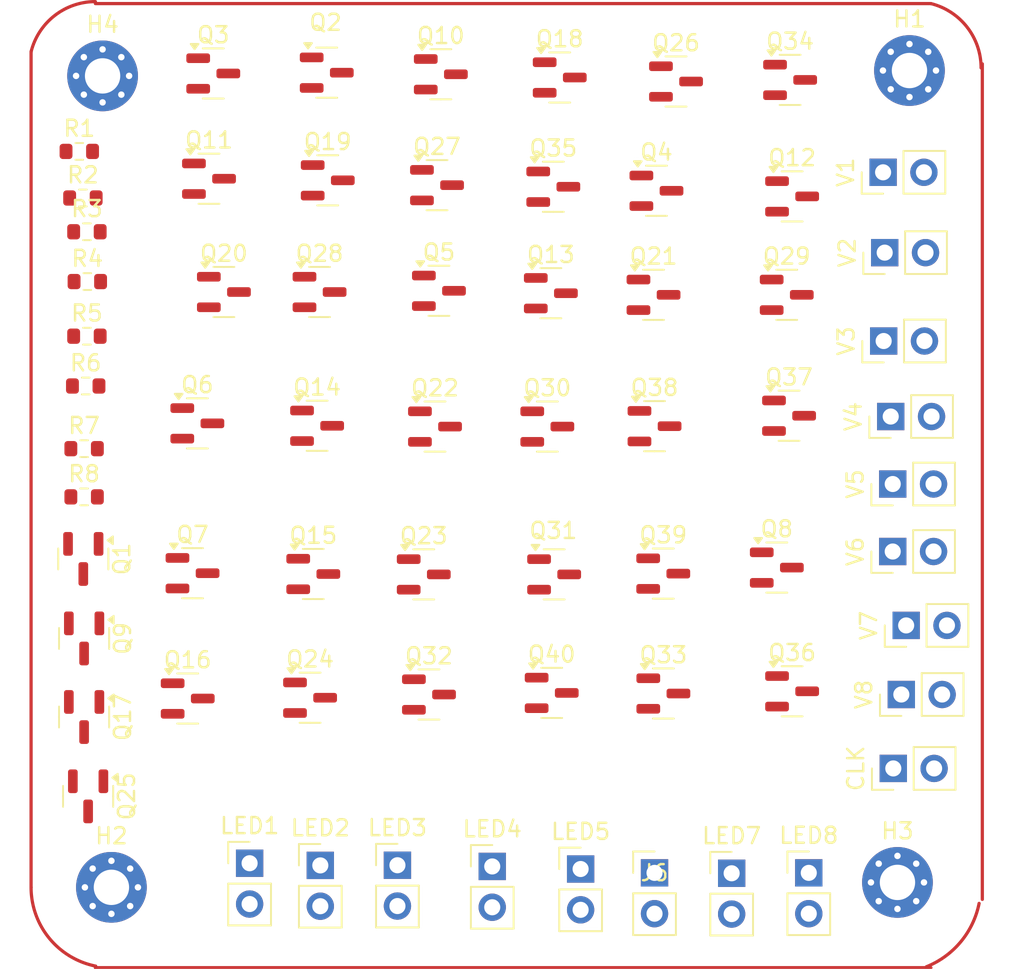
<source format=kicad_pcb>
(kicad_pcb (version 20240108) (generator "pcbnew") (generator_version "8.0")
  (layers (0 "F.Cu" signal) (31 "B.Cu" signal) (34 "B.Paste" user) (35 "F.Paste" user) (36 "B.SilkS" user "B.Silkscreen") (37 "F.SilkS" user "F.Silkscreen") (38 "B.Mask" user) (39 "F.Mask" user) (44 "Edge.Cuts" user))
  (net 0 "")
  (net 1 "GND")
  (net 2 "Net-(J1-Pin_2)")
  (net 3 "Net-(J2-Pin_2)")
  (net 4 "Net-(J3-Pin_2)")
  (net 5 "Net-(J4-Pin_2)")
  (net 6 "Net-(J5-Pin_2)")
  (net 7 "Net-(J6-Pin_2)")
  (net 8 "Net-(J7-Pin_2)")
  (net 9 "Net-(J8-Pin_2)")
  (net 10 "Net-(J9-Pin_2)")
  (net 11 "Net-(J10-Pin_2)")
  (net 12 "Net-(J11-Pin_2)")
  (net 13 "Net-(J12-Pin_2)")
  (net 14 "Net-(J13-Pin_2)")
  (net 15 "Net-(J14-Pin_2)")
  (net 16 "Net-(J15-Pin_2)")
  (net 17 "Net-(J16-Pin_2)")
  (net 18 "Net-(J18-Pin_2)")
  (net 19 "VDD")
  (net 20 "Net-(Q1-D)")
  (net 21 "Net-(Q2-D)")
  (net 22 "Net-(Q3-S)")
  (net 23 "Net-(Q10-D)")
  (net 24 "Net-(Q6-D)")
  (net 25 "Net-(Q10-G)")
  (net 26 "Net-(Q11-D)")
  (net 27 "Net-(Q12-S)")
  (net 28 "Net-(Q14-D)")
  (net 29 "Net-(Q16-D)")
  (net 30 "Net-(Q17-S)")
  (net 31 "Net-(Q19-D)")
  (net 32 "Net-(Q21-D)")
  (net 33 "Net-(Q22-S)")
  (net 34 "Net-(Q24-D)")
  (net 35 "Net-(Q26-D)")
  (net 36 "Net-(Q27-S)")
  (net 37 "Net-(Q29-D)")
  (net 38 "Net-(Q31-D)")
  (net 39 "Net-(Q32-S)")
  (net 40 "Net-(Q34-D)")
  (net 41 "Net-(Q36-D)")
  (net 42 "Net-(Q37-S)")
  (net 43 "Net-(Q39-D)")
  (footprint "Package_TO_SOT_SMD:SOT-23" (layer "F.Cu") (at 145.2675 93.15)
    (property "Reference" "Q39" (at 0 -2.4 0) (layer "F.SilkS"))
    (property "Value" "PMOS")
    (pad "1" smd roundrect (at -0.9375 -0.95) (size 1.475 0.6) (layers "F.Cu" "F.Paste" "F.Mask") (net 43 "Net-(Q39-D)"))
    (pad "2" smd roundrect (at -0.9375 0.95) (size 1.475 0.6) (layers "F.Cu" "F.Paste" "F.Mask") (net 41 "Net-(Q36-D)"))
    (pad "3" smd roundrect (at 0.9375 0) (size 1.475 0.6) (layers "F.Cu" "F.Paste" "F.Mask") (net 19 "VDD"))
  )
  (footprint "Resistor_SMD:R_0603_1608Metric" (layer "F.Cu") (at 109.225 85.375)
    (property "Reference" "R7" (at 0 -1.43 0) (layer "F.SilkS"))
    (property "Value" "R")
    (pad "1" smd roundrect (at -0.825 0) (size 0.8 0.95) (layers "F.Cu" "F.Paste" "F.Mask") (net 43 "Net-(Q39-D)"))
    (pad "2" smd roundrect (at 0.825 0) (size 0.8 0.95) (layers "F.Cu" "F.Paste" "F.Mask") (net 9 "Net-(J8-Pin_2)"))
  )
  (footprint "Package_TO_SOT_SMD:SOT-23" (layer "F.Cu") (at 138.425 69.075)
    (property "Reference" "Q35" (at 0 -2.4 0) (layer "F.SilkS"))
    (property "Value" "NMOS")
    (pad "1" smd roundrect (at -0.9375 -0.95) (size 1.475 0.6) (layers "F.Cu" "F.Paste" "F.Mask") (net 40 "Net-(Q34-D)"))
    (pad "2" smd roundrect (at -0.9375 0.95) (size 1.475 0.6) (layers "F.Cu" "F.Paste" "F.Mask") (net 39 "Net-(Q32-S)"))
    (pad "3" smd roundrect (at 0.9375 0) (size 1.475 0.6) (layers "F.Cu" "F.Paste" "F.Mask") (net 1 "GND"))
  )
  (footprint "Package_TO_SOT_SMD:SOT-23" (layer "F.Cu") (at 153.0975 83.325)
    (property "Reference" "Q37" (at 0 -2.4 0) (layer "F.SilkS"))
    (property "Value" "NMOS")
    (pad "1" smd roundrect (at -0.9375 -0.95) (size 1.475 0.6) (layers "F.Cu" "F.Paste" "F.Mask") (net 41 "Net-(Q36-D)"))
    (pad "2" smd roundrect (at -0.9375 0.95) (size 1.475 0.6) (layers "F.Cu" "F.Paste" "F.Mask") (net 10 "Net-(J9-Pin_2)"))
    (pad "3" smd roundrect (at 0.9375 0) (size 1.475 0.6) (layers "F.Cu" "F.Paste" "F.Mask") (net 42 "Net-(Q37-S)"))
  )
  (footprint "Package_TO_SOT_SMD:SOT-23" (layer "F.Cu") (at 109.225 97.185 -90)
    (property "Reference" "Q9" (at 0 -2.4 90) (layer "F.SilkS"))
    (property "Value" "NMOS" (hide yes))
    (pad "1" smd roundrect (at -0.9375 -0.95 270) (size 1.475 0.6) (layers "F.Cu" "F.Paste" "F.Mask") (net 24 "Net-(Q6-D)"))
    (pad "2" smd roundrect (at -0.9375 0.95 270) (size 1.475 0.6) (layers "F.Cu" "F.Paste" "F.Mask") (net 22 "Net-(Q3-S)"))
    (pad "3" smd roundrect (at 0.9375 0 270) (size 1.475 0.6) (layers "F.Cu" "F.Paste" "F.Mask") (net 1 "GND"))
  )
  (footprint "Package_TO_SOT_SMD:SOT-23" (layer "F.Cu") (at 117.2625 62.025)
    (property "Reference" "Q3" (at 0 -2.4 0) (layer "F.SilkS"))
    (property "Value" "NMOS")
    (pad "1" smd roundrect (at -0.9375 -0.95) (size 1.475 0.6) (layers "F.Cu" "F.Paste" "F.Mask") (net 21 "Net-(Q2-D)"))
    (pad "2" smd roundrect (at -0.9375 0.95) (size 1.475 0.6) (layers "F.Cu" "F.Paste" "F.Mask") (net 10 "Net-(J9-Pin_2)"))
    (pad "3" smd roundrect (at 0.9375 0) (size 1.475 0.6) (layers "F.Cu" "F.Paste" "F.Mask") (net 22 "Net-(Q3-S)"))
  )
  (footprint "Package_TO_SOT_SMD:SOT-23" (layer "F.Cu") (at 144.845 69.325)
    (property "Reference" "Q4" (at 0 -2.4 0) (layer "F.SilkS"))
    (property "Value" "PMOS")
    (pad "1" smd roundrect (at -0.9375 -0.95) (size 1.475 0.6) (layers "F.Cu" "F.Paste" "F.Mask") (net 23 "Net-(Q10-D)"))
    (pad "2" smd roundrect (at -0.9375 0.95) (size 1.475 0.6) (layers "F.Cu" "F.Paste" "F.Mask") (net 20 "Net-(Q1-D)"))
    (pad "3" smd roundrect (at 0.9375 0) (size 1.475 0.6) (layers "F.Cu" "F.Paste" "F.Mask") (net 19 "VDD"))
  )
  (footprint "Package_TO_SOT_SMD:SOT-23" (layer "F.Cu") (at 116.2725 83.8)
    (property "Reference" "Q6" (at 0 -2.4 0) (layer "F.SilkS"))
    (property "Value" "PMOS")
    (pad "1" smd roundrect (at -0.9375 -0.95) (size 1.475 0.6) (layers "F.Cu" "F.Paste" "F.Mask") (net 24 "Net-(Q6-D)"))
    (pad "2" smd roundrect (at -0.9375 0.95) (size 1.475 0.6) (layers "F.Cu" "F.Paste" "F.Mask") (net 21 "Net-(Q2-D)"))
    (pad "3" smd roundrect (at 0.9375 0) (size 1.475 0.6) (layers "F.Cu" "F.Paste" "F.Mask") (net 19 "VDD"))
  )
  (footprint "Package_TO_SOT_SMD:SOT-23" (layer "F.Cu") (at 117.925 75.625)
    (property "Reference" "Q20" (at 0 -2.4 0) (layer "F.SilkS"))
    (property "Value" "NMOS")
    (pad "1" smd roundrect (at -0.9375 -0.95) (size 1.475 0.6) (layers "F.Cu" "F.Paste" "F.Mask") (net 31 "Net-(Q19-D)"))
    (pad "2" smd roundrect (at -0.9375 0.95) (size 1.475 0.6) (layers "F.Cu" "F.Paste" "F.Mask") (net 30 "Net-(Q17-S)"))
    (pad "3" smd roundrect (at 0.9375 0) (size 1.475 0.6) (layers "F.Cu" "F.Paste" "F.Mask") (net 1 "GND"))
  )
  (footprint "Connector_PinHeader_2.54mm:PinHeader_1x02_P2.54mm_Vertical" (layer "F.Cu") (at 128.725 111.3)
    (property "Reference" "LED3" (at 0 -2.33 0) (layer "F.SilkS"))
    (property "Value" "LED3")
    (pad "1" thru_hole rect (at 0 0) (size 1.7 1.7) (drill 1) (layers "*.Cu" "*.Mask") (net 1 "GND"))
    (pad "2" thru_hole oval (at 0 2.54) (size 1.7 1.7) (drill 1) (layers "*.Cu" "*.Mask") (net 4 "Net-(J3-Pin_2)"))
  )
  (footprint "Package_TO_SOT_SMD:SOT-23" (layer "F.Cu") (at 115.9725 93.125)
    (property "Reference" "Q7" (at 0 -2.4 0) (layer "F.SilkS"))
    (property "Value" "NMOS")
    (pad "1" smd roundrect (at -0.9375 -0.95) (size 1.475 0.6) (layers "F.Cu" "F.Paste" "F.Mask") (net 20 "Net-(Q1-D)"))
    (pad "2" smd roundrect (at -0.9375 0.95) (size 1.475 0.6) (layers "F.Cu" "F.Paste" "F.Mask") (net 10 "Net-(J9-Pin_2)"))
    (pad "3" smd roundrect (at 0.9375 0) (size 1.475 0.6) (layers "F.Cu" "F.Paste" "F.Mask") (net 25 "Net-(Q10-G)"))
  )
  (footprint "Package_TO_SOT_SMD:SOT-23" (layer "F.Cu") (at 131.3075 75.55)
    (property "Reference" "Q5" (at 0 -2.4 0) (layer "F.SilkS"))
    (property "Value" "NMOS")
    (pad "1" smd roundrect (at -0.9375 -0.95) (size 1.475 0.6) (layers "F.Cu" "F.Paste" "F.Mask") (net 22 "Net-(Q3-S)"))
    (pad "2" smd roundrect (at -0.9375 0.95) (size 1.475 0.6) (layers "F.Cu" "F.Paste" "F.Mask") (net 12 "Net-(J11-Pin_2)"))
    (pad "3" smd roundrect (at 0.9375 0) (size 1.475 0.6) (layers "F.Cu" "F.Paste" "F.Mask") (net 1 "GND"))
  )
  (footprint "Connector_PinHeader_2.54mm:PinHeader_1x02_P2.54mm_Vertical" (layer "F.Cu") (at 154.325 111.775)
    (property "Reference" "LED8" (at 0 -2.33 0) (layer "F.SilkS"))
    (property "Value" "LED8")
    (pad "1" thru_hole rect (at 0 0) (size 1.7 1.7) (drill 1) (layers "*.Cu" "*.Mask") (net 1 "GND"))
    (pad "2" thru_hole oval (at 0 2.54) (size 1.7 1.7) (drill 1) (layers "*.Cu" "*.Mask") (net 9 "Net-(J8-Pin_2)"))
  )
  (footprint "Connector_PinHeader_2.54mm:PinHeader_1x02_P2.54mm_Vertical" (layer "F.Cu") (at 159.55 87.575 90)
    (property "Reference" "V5" (at 0 -2.33 90) (layer "F.SilkS"))
    (property "Value" "V5")
    (pad "1" thru_hole rect (at 0 0 90) (size 1.7 1.7) (drill 1) (layers "*.Cu" "*.Mask") (net 1 "GND"))
    (pad "2" thru_hole oval (at 0 2.54 90) (size 1.7 1.7) (drill 1) (layers "*.Cu" "*.Mask") (net 17 "Net-(J16-Pin_2)"))
  )
  (footprint "Package_TO_SOT_SMD:SOT-23" (layer "F.Cu") (at 138.825 62.275)
    (property "Reference" "Q18" (at 0 -2.4 0) (layer "F.SilkS"))
    (property "Value" "NMOS")
    (pad "1" smd roundrect (at -0.9375 -0.95) (size 1.475 0.6) (layers "F.Cu" "F.Paste" "F.Mask") (net 30 "Net-(Q17-S)"))
    (pad "2" smd roundrect (at -0.9375 0.95) (size 1.475 0.6) (layers "F.Cu" "F.Paste" "F.Mask") (net 14 "Net-(J13-Pin_2)"))
    (pad "3" smd roundrect (at 0.9375 0) (size 1.475 0.6) (layers "F.Cu" "F.Paste" "F.Mask") (net 1 "GND"))
  )
  (footprint "Package_TO_SOT_SMD:SOT-23" (layer "F.Cu") (at 144.6625 75.8)
    (property "Reference" "Q21" (at 0 -2.4 0) (layer "F.SilkS"))
    (property "Value" "PMOS" (hide yes))
    (pad "1" smd roundrect (at -0.9375 -0.95) (size 1.475 0.6) (layers "F.Cu" "F.Paste" "F.Mask") (net 32 "Net-(Q21-D)"))
    (pad "2" smd roundrect (at -0.9375 0.95) (size 1.475 0.6) (layers "F.Cu" "F.Paste" "F.Mask") (net 15 "Net-(J14-Pin_2)"))
    (pad "3" smd roundrect (at 0.9375 0) (size 1.475 0.6) (layers "F.Cu" "F.Paste" "F.Mask") (net 19 "VDD"))
  )
  (footprint "Connector_PinHeader_2.54mm:PinHeader_1x02_P2.54mm_Vertical" (layer "F.Cu") (at 159.425 83.375 90)
    (property "Reference" "V4" (at 0 -2.33 90) (layer "F.SilkS"))
    (property "Value" "V4")
    (pad "1" thru_hole rect (at 0 0 90) (size 1.7 1.7) (drill 1) (layers "*.Cu" "*.Mask") (net 1 "GND"))
    (pad "2" thru_hole oval (at 0 2.54 90) (size 1.7 1.7) (drill 1) (layers "*.Cu" "*.Mask") (net 14 "Net-(J13-Pin_2)"))
  )
  (footprint "Connector_PinHeader_2.54mm:PinHeader_1x02_P2.54mm_Vertical" (layer "F.Cu") (at 159.55 91.775 90)
    (property "Reference" "V6" (at 0 -2.33 90) (layer "F.SilkS"))
    (property "Value" "V6")
    (pad "1" thru_hole rect (at 0 0 90) (size 1.7 1.7) (drill 1) (layers "*.Cu" "*.Mask") (net 1 "GND"))
    (pad "2" thru_hole oval (at 0 2.54 90) (size 1.7 1.7) (drill 1) (layers "*.Cu" "*.Mask") (net 12 "Net-(J11-Pin_2)"))
  )
  (footprint "Connector_PinHeader_2.54mm:PinHeader_1x02_P2.54mm_Vertical" (layer "F.Cu") (at 134.625 111.375)
    (property "Reference" "LED4" (at 0 -2.33 0) (layer "F.SilkS"))
    (property "Value" "LED4")
    (pad "1" thru_hole rect (at 0 0) (size 1.7 1.7) (drill 1) (layers "*.Cu" "*.Mask") (net 1 "GND"))
    (pad "2" thru_hole oval (at 0 2.54) (size 1.7 1.7) (drill 1) (layers "*.Cu" "*.Mask") (net 5 "Net-(J4-Pin_2)"))
  )
  (footprint "Package_TO_SOT_SMD:SOT-23" (layer "F.Cu") (at 109.175 92.2375 -90)
    (property "Reference" "Q1" (at 0 -2.4 90) (layer "F.SilkS"))
    (property "Value" "PMOS" (hide yes))
    (pad "1" smd roundrect (at -0.9375 -0.95 270) (size 1.475 0.6) (layers "F.Cu" "F.Paste" "F.Mask") (net 20 "Net-(Q1-D)"))
    (pad "2" smd roundrect (at -0.9375 0.95 270) (size 1.475 0.6) (layers "F.Cu" "F.Paste" "F.Mask") (net 11 "Net-(J10-Pin_2)"))
    (pad "3" smd roundrect (at 0.9375 0 270) (size 1.475 0.6) (layers "F.Cu" "F.Paste" "F.Mask") (net 19 "VDD"))
  )
  (footprint "Connector_PinHeader_2.54mm:PinHeader_1x02_P2.54mm_Vertical" (layer "F.Cu") (at 123.925 111.31)
    (property "Reference" "LED2" (at 0 -2.33 0) (layer "F.SilkS"))
    (property "Value" "LED2")
    (pad "1" thru_hole rect (at 0 0) (size 1.7 1.7) (drill 1) (layers "*.Cu" "*.Mask") (net 1 "GND"))
    (pad "2" thru_hole oval (at 0 2.54) (size 1.7 1.7) (drill 1) (layers "*.Cu" "*.Mask") (net 3 "Net-(J2-Pin_2)"))
  )
  (footprint "Package_TO_SOT_SMD:SOT-23" (layer "F.Cu") (at 146.0625 62.525)
    (property "Reference" "Q26" (at 0 -2.4 0) (layer "F.SilkS"))
    (property "Value" "PMOS")
    (pad "1" smd roundrect (at -0.9375 -0.95) (size 1.475 0.6) (layers "F.Cu" "F.Paste" "F.Mask") (net 35 "Net-(Q26-D)"))
    (pad "2" smd roundrect (at -0.9375 0.95) (size 1.475 0.6) (layers "F.Cu" "F.Paste" "F.Mask") (net 16 "Net-(J15-Pin_2)"))
    (pad "3" smd roundrect (at 0.9375 0) (size 1.475 0.6) (layers "F.Cu" "F.Paste" "F.Mask") (net 19 "VDD"))
  )
  (footprint "Connector_PinHeader_2.54mm:PinHeader_1x02_P2.54mm_Vertical" (layer "F.Cu") (at 159.585 105.275 90)
    (property "Reference" "CLK" (at 0 -2.33 90) (layer "F.SilkS"))
    (property "Value" "Clk")
    (pad "1" thru_hole rect (at 0 0 90) (size 1.7 1.7) (drill 1) (layers "*.Cu" "*.Mask") (net 1 "GND"))
    (pad "2" thru_hole oval (at 0 2.54 90) (size 1.7 1.7) (drill 1) (layers "*.Cu" "*.Mask") (net 10 "Net-(J9-Pin_2)"))
  )
  (footprint "Package_TO_SOT_SMD:SOT-23" (layer "F.Cu") (at 131.425 62.075)
    (property "Reference" "Q10" (at 0 -2.4 0) (layer "F.SilkS"))
    (property "Value" "NMOS")
    (pad "1" smd roundrect (at -0.9375 -0.95) (size 1.475 0.6) (layers "F.Cu" "F.Paste" "F.Mask") (net 23 "Net-(Q10-D)"))
    (pad "2" smd roundrect (at -0.9375 0.95) (size 1.475 0.6) (layers "F.Cu" "F.Paste" "F.Mask") (net 25 "Net-(Q10-G)"))
    (pad "3" smd roundrect (at 0.9375 0) (size 1.475 0.6) (layers "F.Cu" "F.Paste" "F.Mask") (net 1 "GND"))
  )
  (footprint "Connector_PinHeader_2.54mm:PinHeader_1x02_P2.54mm_Vertical" (layer "F.Cu") (at 144.725 111.775)
    (property "Reference" "J6" (at 0 0 0) (layer "F.SilkS"))
    (property "Value" "LED6")
    (pad "1" thru_hole rect (at 0 0) (size 1.7 1.7) (drill 1) (layers "*.Cu" "*.Mask") (net 1 "GND"))
    (pad "2" thru_hole oval (at 0 2.54) (size 1.7 1.7) (drill 1) (layers "*.Cu" "*.Mask") (net 7 "Net-(J6-Pin_2)"))
  )
  (footprint "Package_TO_SOT_SMD:SOT-23" (layer "F.Cu") (at 123.8775 75.625)
    (property "Reference" "Q28" (at 0 -2.4 0) (layer "F.SilkS"))
    (property "Value" "NMOS")
    (pad "1" smd roundrect (at -0.9375 -0.95) (size 1.475 0.6) (layers "F.Cu" "F.Paste" "F.Mask") (net 36 "Net-(Q27-S)"))
    (pad "2" smd roundrect (at -0.9375 0.95) (size 1.475 0.6) (layers "F.Cu" "F.Paste" "F.Mask") (net 16 "Net-(J15-Pin_2)"))
    (pad "3" smd roundrect (at 0.9375 0) (size 1.475 0.6) (layers "F.Cu" "F.Paste" "F.Mask") (net 1 "GND"))
  )
  (footprint "Connector_PinHeader_2.54mm:PinHeader_1x02_P2.54mm_Vertical" (layer "F.Cu") (at 160.385 96.375 90)
    (property "Reference" "V7" (at 0 -2.33 90) (layer "F.SilkS"))
    (property "Value" "V8")
    (pad "1" thru_hole rect (at 0 0 90) (size 1.7 1.7) (drill 1) (layers "*.Cu" "*.Mask") (net 1 "GND"))
    (pad "2" thru_hole oval (at 0 2.54 90) (size 1.7 1.7) (drill 1) (layers "*.Cu" "*.Mask") (net 16 "Net-(J15-Pin_2)"))
  )
  (footprint "Package_TO_SOT_SMD:SOT-23" (layer "F.Cu") (at 109.225 102.075 -90)
    (property "Reference" "Q17" (at 0 -2.4 90) (layer "F.SilkS"))
    (property "Value" "NMOS" (hide yes))
    (pad "1" smd roundrect (at -0.9375 -0.95 270) (size 1.475 0.6) (layers "F.Cu" "F.Paste" "F.Mask") (net 29 "Net-(Q16-D)"))
    (pad "2" smd roundrect (at -0.9375 0.95 270) (size 1.475 0.6) (layers "F.Cu" "F.Paste" "F.Mask") (net 10 "Net-(J9-Pin_2)"))
    (pad "3" smd roundrect (at 0.9375 0 270) (size 1.475 0.6) (layers "F.Cu" "F.Paste" "F.Mask") (net 30 "Net-(Q17-S)"))
  )
  (footprint "Package_TO_SOT_SMD:SOT-23" (layer "F.Cu") (at 130.3625 93.2)
    (property "Reference" "Q23" (at 0 -2.4 0) (layer "F.SilkS"))
    (property "Value" "NMOS")
    (pad "1" smd roundrect (at -0.9375 -0.95) (size 1.475 0.6) (layers "F.Cu" "F.Paste" "F.Mask") (net 33 "Net-(Q22-S)"))
    (pad "2" smd roundrect (at -0.9375 0.95) (size 1.475 0.6) (layers "F.Cu" "F.Paste" "F.Mask") (net 15 "Net-(J14-Pin_2)"))
    (pad "3" smd roundrect (at 0.9375 0) (size 1.475 0.6) (layers "F.Cu" "F.Paste" "F.Mask") (net 1 "GND"))
  )
  (footprint "Connector_PinHeader_2.54mm:PinHeader_1x02_P2.54mm_Vertical" (layer "F.Cu") (at 119.525 111.175)
    (property "Reference" "LED1" (at 0 -2.33 0) (layer "F.SilkS"))
    (property "Value" "LED1")
    (pad "1" thru_hole rect (at 0 0) (size 1.7 1.7) (drill 1) (layers "*.Cu" "*.Mask") (net 1 "GND"))
    (pad "2" thru_hole oval (at 0 2.54) (size 1.7 1.7) (drill 1) (layers "*.Cu" "*.Mask") (net 2 "Net-(J1-Pin_2)"))
  )
  (footprint "Connector_PinHeader_2.54mm:PinHeader_1x02_P2.54mm_Vertical" (layer "F.Cu") (at 159.05 73.175 90)
    (property "Reference" "V2" (at 0 -2.33 90) (layer "F.SilkS"))
    (property "Value" "V3")
    (pad "1" thru_hole rect (at 0 0 90) (size 1.7 1.7) (drill 1) (layers "*.Cu" "*.Mask") (net 1 "GND"))
    (pad "2" thru_hole oval (at 0 2.54 90) (size 1.7 1.7) (drill 1) (layers "*.Cu" "*.Mask") (net 13 "Net-(J12-Pin_2)"))
  )
  (footprint "Package_TO_SOT_SMD:SOT-23" (layer "F.Cu") (at 152.9525 75.8)
    (property "Reference" "Q29" (at 0 -2.4 0) (layer "F.SilkS"))
    (property "Value" "PMOS")
    (pad "1" smd roundrect (at -0.9375 -0.95) (size 1.475 0.6) (layers "F.Cu" "F.Paste" "F.Mask") (net 37 "Net-(Q29-D)"))
    (pad "2" smd roundrect (at -0.9375 0.95) (size 1.475 0.6) (layers "F.Cu" "F.Paste" "F.Mask") (net 35 "Net-(Q26-D)"))
    (pad "3" smd roundrect (at 0.9375 0) (size 1.475 0.6) (layers "F.Cu" "F.Paste" "F.Mask") (net 19 "VDD"))
  )
  (footprint "Connector_PinHeader_2.54mm:PinHeader_1x02_P2.54mm_Vertical" (layer "F.Cu") (at 158.985 78.675 90)
    (property "Reference" "V3" (at 0 -2.33 90) (layer "F.SilkS"))
    (property "Value" "V4")
    (pad "1" thru_hole rect (at 0 0 90) (size 1.7 1.7) (drill 1) (layers "*.Cu" "*.Mask") (net 1 "GND"))
    (pad "2" thru_hole oval (at 0 2.54 90) (size 1.7 1.7) (drill 1) (layers "*.Cu" "*.Mask") (net 15 "Net-(J14-Pin_2)"))
  )
  (footprint "Package_TO_SOT_SMD:SOT-23" (layer "F.Cu") (at 131.1875 68.975)
    (property "Reference" "Q27" (at 0 -2.4 0) (layer "F.SilkS"))
    (property "Value" "NMOS")
    (pad "1" smd roundrect (at -0.9375 -0.95) (size 1.475 0.6) (layers "F.Cu" "F.Paste" "F.Mask") (net 35 "Net-(Q26-D)"))
    (pad "2" smd roundrect (at -0.9375 0.95) (size 1.475 0.6) (layers "F.Cu" "F.Paste" "F.Mask") (net 10 "Net-(J9-Pin_2)"))
    (pad "3" smd roundrect (at 0.9375 0) (size 1.475 0.6) (layers "F.Cu" "F.Paste" "F.Mask") (net 36 "Net-(Q27-S)"))
  )
  (footprint "Package_TO_SOT_SMD:SOT-23" (layer "F.Cu") (at 124.325 61.975)
    (property "Reference" "Q2" (at -0.0725 -3.125 0) (layer "F.SilkS"))
    (property "Value" "PMOS")
    (pad "1" smd roundrect (at -0.9375 -0.95) (size 1.475 0.6) (layers "F.Cu" "F.Paste" "F.Mask") (net 21 "Net-(Q2-D)"))
    (pad "2" smd roundrect (at -0.9375 0.95) (size 1.475 0.6) (layers "F.Cu" "F.Paste" "F.Mask") (net 12 "Net-(J11-Pin_2)"))
    (pad "3" smd roundrect (at 0.9375 0) (size 1.475 0.6) (layers "F.Cu" "F.Paste" "F.Mask") (net 19 "VDD"))
  )
  (footprint "Package_TO_SOT_SMD:SOT-23" (layer "F.Cu") (at 138.4775 93.2)
    (property "Reference" "Q31" (at -0.0525 -2.725 0) (layer "F.SilkS"))
    (property "Value" "PMOS")
    (pad "1" smd roundrect (at -0.9375 -0.95) (size 1.475 0.6) (layers "F.Cu" "F.Paste" "F.Mask") (net 38 "Net-(Q31-D)"))
    (pad "2" smd roundrect (at -0.9375 0.95) (size 1.475 0.6) (layers "F.Cu" "F.Paste" "F.Mask") (net 17 "Net-(J16-Pin_2)"))
    (pad "3" smd roundrect (at 0.9375 0) (size 1.475 0.6) (layers "F.Cu" "F.Paste" "F.Mask") (net 19 "VDD"))
  )
  (footprint "Resistor_SMD:R_0603_1608Metric" (layer "F.Cu") (at 109.4 78.375)
    (property "Reference" "R5" (at 0 -1.43 0) (layer "F.SilkS"))
    (property "Value" "R")
    (pad "1" smd roundrect (at -0.825 0) (size 0.8 0.95) (layers "F.Cu" "F.Paste" "F.Mask") (net 40 "Net-(Q34-D)"))
    (pad "2" smd roundrect (at 0.825 0) (size 0.8 0.95) (layers "F.Cu" "F.Paste" "F.Mask") (net 8 "Net-(J7-Pin_2)"))
  )
  (footprint "Resistor_SMD:R_0603_1608Metric" (layer "F.Cu") (at 109.425 74.975)
    (property "Reference" "R4" (at 0 -1.43 0) (layer "F.SilkS"))
    (property "Value" "R")
    (pad "1" smd roundrect (at -0.825 0) (size 0.8 0.95) (layers "F.Cu" "F.Paste" "F.Mask") (net 34 "Net-(Q24-D)"))
    (pad "2" smd roundrect (at 0.825 0) (size 0.8 0.95) (layers "F.Cu" "F.Paste" "F.Mask") (net 6 "Net-(J5-Pin_2)"))
  )
  (footprint "Package_TO_SOT_SMD:SOT-23" (layer "F.Cu") (at 138.0525 84)
    (property "Reference" "Q30" (at 0 -2.4 0) (layer "F.SilkS"))
    (property "Value" "NMOS")
    (pad "1" smd roundrect (at -0.9375 -0.95) (size 1.475 0.6) (layers "F.Cu" "F.Paste" "F.Mask") (net 37 "Net-(Q29-D)"))
    (pad "2" smd roundrect (at -0.9375 0.95) (size 1.475 0.6) (layers "F.Cu" "F.Paste" "F.Mask") (net 36 "Net-(Q27-S)"))
    (pad "3" smd roundrect (at 0.9375 0) (size 1.475 0.6) (layers "F.Cu" "F.Paste" "F.Mask") (net 1 "GND"))
  )
  (footprint "Resistor_SMD:R_0603_1608Metric" (layer "F.Cu") (at 109.15 69.775)
    (property "Reference" "R2" (at 0 -1.43 0) (layer "F.SilkS"))
    (property "Value" "R")
    (pad "1" smd roundrect (at -0.825 0) (size 0.8 0.95) (layers "F.Cu" "F.Paste" "F.Mask") (net 24 "Net-(Q6-D)"))
    (pad "2" smd roundrect (at 0.825 0) (size 0.8 0.95) (layers "F.Cu" "F.Paste" "F.Mask") (net 3 "Net-(J2-Pin_2)"))
  )
  (footprint "Package_TO_SOT_SMD:SOT-23" (layer "F.Cu") (at 109.475 107.0125 -90)
    (property "Reference" "Q25" (at 0 -2.4 90) (layer "F.SilkS"))
    (property "Value" "NMOS" (hide yes))
    (pad "1" smd roundrect (at -0.9375 -0.95 270) (size 1.475 0.6) (layers "F.Cu" "F.Paste" "F.Mask") (net 34 "Net-(Q24-D)"))
    (pad "2" smd roundrect (at -0.9375 0.95 270) (size 1.475 0.6) (layers "F.Cu" "F.Paste" "F.Mask") (net 33 "Net-(Q22-S)"))
    (pad "3" smd roundrect (at 0.9375 0 270) (size 1.475 0.6) (layers "F.Cu" "F.Paste" "F.Mask") (net 1 "GND"))
  )
  (footprint "Resistor_SMD:R_0603_1608Metric" (layer "F.Cu") (at 109.225 88.375)
    (property "Reference" "R8" (at 0 -1.43 0) (layer "F.SilkS"))
    (property "Value" "R")
    (pad "1" smd roundrect (at -0.825 0) (size 0.8 0.95) (layers "F.Cu" "F.Paste" "F.Mask") (net 37 "Net-(Q29-D)"))
    (pad "2" smd roundrect (at 0.825 0) (size 0.8 0.95) (layers "F.Cu" "F.Paste" "F.Mask") (net 7 "Net-(J6-Pin_2)"))
  )
  (footprint "Package_TO_SOT_SMD:SOT-23" (layer "F.Cu") (at 153.1625 62.425)
    (property "Reference" "Q34" (at 0 -2.4 0) (layer "F.SilkS"))
    (property "Value" "PMOS")
    (pad "1" smd roundrect (at -0.9375 -0.95) (size 1.475 0.6) (layers "F.Cu" "F.Paste" "F.Mask") (net 40 "Net-(Q34-D)"))
    (pad "2" smd roundrect (at -0.9375 0.95) (size 1.475 0.6) (layers "F.Cu" "F.Paste" "F.Mask") (net 38 "Net-(Q31-D)"))
    (pad "3" smd roundrect (at 0.9375 0) (size 1.475 0.6) (layers "F.Cu" "F.Paste" "F.Mask") (net 19 "VDD"))
  )
  (footprint "Package_TO_SOT_SMD:SOT-23" (layer "F.Cu") (at 123.725 83.95)
    (property "Reference" "Q14" (at 0 -2.4 0) (layer "F.SilkS"))
    (property "Value" "PMOS")
    (pad "1" smd roundrect (at -0.9375 -0.95) (size 1.475 0.6) (layers "F.Cu" "F.Paste" "F.Mask") (net 28 "Net-(Q14-D)"))
    (pad "2" smd roundrect (at -0.9375 0.95) (size 1.475 0.6) (layers "F.Cu" "F.Paste" "F.Mask") (net 26 "Net-(Q11-D)"))
    (pad "3" smd roundrect (at 0.9375 0) (size 1.475 0.6) (layers "F.Cu" "F.Paste" "F.Mask") (net 19 "VDD"))
  )
  (footprint "MountingHole:MountingHole_2.2mm_M2_Pad_Via" (layer "F.Cu") (at 110.925 112.675)
    (property "Reference" "H2" (at 0 -3.2 0) (layer "F.SilkS"))
    (property "Value" "MountingHole_Pad")
    (pad "1" thru_hole circle (at -1.65 0) (size 0.7 0.7) (drill 0.4) (layers "*.Cu" "*.Mask") (net 1 "GND"))
    (pad "1" thru_hole circle (at -1.166726 -1.166726) (size 0.7 0.7) (drill 0.4) (layers "*.Cu" "*.Mask") (net 1 "GND"))
    (pad "1" thru_hole circle (at -1.166726 1.166726) (size 0.7 0.7) (drill 0.4) (layers "*.Cu" "*.Mask") (net 1 "GND"))
    (pad "1" thru_hole circle (at 0 -1.65) (size 0.7 0.7) (drill 0.4) (layers "*.Cu" "*.Mask") (net 1 "GND"))
    (pad "1" thru_hole circle (at 0 0) (size 4.4 4.4) (drill 2.2) (layers "*.Cu" "*.Mask") (net 1 "GND"))
    (pad "1" thru_hole circle (at 0 1.65) (size 0.7 0.7) (drill 0.4) (layers "*.Cu" "*.Mask") (net 1 "GND"))
    (pad "1" thru_hole circle (at 1.166726 -1.166726) (size 0.7 0.7) (drill 0.4) (layers "*.Cu" "*.Mask") (net 1 "GND"))
    (pad "1" thru_hole circle (at 1.166726 1.166726) (size 0.7 0.7) (drill 0.4) (layers "*.Cu" "*.Mask") (net 1 "GND"))
    (pad "1" thru_hole circle (at 1.65 0) (size 0.7 0.7) (drill 0.4) (layers "*.Cu" "*.Mask") (net 1 "GND"))
  )
  (footprint "Package_TO_SOT_SMD:SOT-23" (layer "F.Cu") (at 138.325 100.575)
    (property "Reference" "Q40" (at 0 -2.4 0) (layer "F.SilkS"))
    (property "Value" "NMOS")
    (pad "1" smd roundrect (at -0.9375 -0.95) (size 1.475 0.6) (layers "F.Cu" "F.Paste" "F.Mask") (net 43 "Net-(Q39-D)"))
    (pad "2" smd roundrect (at -0.9375 0.95) (size 1.475 0.6) (layers "F.Cu" "F.Paste" "F.Mask") (net 42 "Net-(Q37-S)"))
    (pad "3" smd roundrect (at 0.9375 0) (size 1.475 0.6) (layers "F.Cu" "F.Paste" "F.Mask") (net 1 "GND"))
  )
  (footprint "Resistor_SMD:R_0603_1608Metric" (layer "F.Cu") (at 109.325 81.475)
    (property "Reference" "R6" (at 0 -1.43 0) (layer "F.SilkS"))
    (property "Value" "R")
    (pad "1" smd roundrect (at -0.825 0) (size 0.8 0.95) (layers "F.Cu" "F.Paste" "F.Mask") (net 31 "Net-(Q19-D)"))
    (pad "2" smd roundrect (at 0.825 0) (size 0.8 0.95) (layers "F.Cu" "F.Paste" "F.Mask") (net 5 "Net-(J4-Pin_2)"))
  )
  (footprint "Resistor_SMD:R_0603_1608Metric" (layer "F.Cu") (at 109.4 71.875)
    (property "Reference" "R3" (at 0 -1.43 0) (layer "F.SilkS"))
    (property "Value" "R")
    (pad "1" smd roundrect (at -0.825 0) (size 0.8 0.95) (layers "F.Cu" "F.Paste" "F.Mask") (net 28 "Net-(Q14-D)"))
    (pad "2" smd roundrect (at 0.825 0) (size 0.8 0.95) (layers "F.Cu" "F.Paste" "F.Mask") (net 4 "Net-(J3-Pin_2)"))
  )
  (footprint "MountingHole:MountingHole_2.2mm_M2_Pad_Via" (layer "F.Cu") (at 159.844412 112.368882)
    (property "Reference" "H3" (at 0 -3.2 0) (layer "F.SilkS"))
    (property "Value" "MountingHole_Pad")
    (pad "1" thru_hole circle (at -1.65 0) (size 0.7 0.7) (drill 0.4) (layers "*.Cu" "*.Mask") (net 1 "GND"))
    (pad "1" thru_hole circle (at -1.166726 -1.166726) (size 0.7 0.7) (drill 0.4) (layers "*.Cu" "*.Mask") (net 1 "GND"))
    (pad "1" thru_hole circle (at -1.166726 1.166726) (size 0.7 0.7) (drill 0.4) (layers "*.Cu" "*.Mask") (net 1 "GND"))
    (pad "1" thru_hole circle (at 0 -1.65) (size 0.7 0.7) (drill 0.4) (layers "*.Cu" "*.Mask") (net 1 "GND"))
    (pad "1" thru_hole circle (at 0 0) (size 4.4 4.4) (drill 2.2) (layers "*.Cu" "*.Mask") (net 1 "GND"))
    (pad "1" thru_hole circle (at 0 1.65) (size 0.7 0.7) (drill 0.4) (layers "*.Cu" "*.Mask") (net 1 "GND"))
    (pad "1" thru_hole circle (at 1.166726 -1.166726) (size 0.7 0.7) (drill 0.4) (layers "*.Cu" "*.Mask") (net 1 "GND"))
    (pad "1" thru_hole circle (at 1.166726 1.166726) (size 0.7 0.7) (drill 0.4) (layers "*.Cu" "*.Mask") (net 1 "GND"))
    (pad "1" thru_hole circle (at 1.65 0) (size 0.7 0.7) (drill 0.4) (layers "*.Cu" "*.Mask") (net 1 "GND"))
  )
  (footprint "Package_TO_SOT_SMD:SOT-23" (layer "F.Cu") (at 145.275 100.6125)
    (property "Reference" "Q33" (at 0 -2.4 360) (layer "F.SilkS"))
    (property "Value" "NMOS" (hide yes))
    (pad "1" smd roundrect (at -0.9375 -0.95) (size 1.475 0.6) (layers "F.Cu" "F.Paste" "F.Mask") (net 39 "Net-(Q32-S)"))
    (pad "2" smd roundrect (at -0.9375 0.95) (size 1.475 0.6) (layers "F.Cu" "F.Paste" "F.Mask") (net 17 "Net-(J16-Pin_2)"))
    (pad "3" smd roundrect (at 0.9375 0) (size 1.475 0.6) (layers "F.Cu" "F.Paste" "F.Mask") (net 1 "GND"))
  )
  (footprint "Package_TO_SOT_SMD:SOT-23" (layer "F.Cu") (at 144.725 83.975)
    (property "Reference" "Q38" (at 0 -2.4 0) (layer "F.SilkS"))
    (property "Value" "NMOS")
    (pad "1" smd roundrect (at -0.9375 -0.95) (size 1.475 0.6) (layers "F.Cu" "F.Paste" "F.Mask") (net 42 "Net-(Q37-S)"))
    (pad "2" smd roundrect (at -0.9375 0.95) (size 1.475 0.6) (layers "F.Cu" "F.Paste" "F.Mask") (net 18 "Net-(J18-Pin_2)"))
    (pad "3" smd roundrect (at 0.9375 0) (size 1.475 0.6) (layers "F.Cu" "F.Paste" "F.Mask") (net 1 "GND"))
  )
  (footprint "Package_TO_SOT_SMD:SOT-23" (layer "F.Cu") (at 115.6725 100.925)
    (property "Reference" "Q16" (at 0 -2.4 0) (layer "F.SilkS"))
    (property "Value" "PMOS")
    (pad "1" smd roundrect (at -0.9375 -0.95) (size 1.475 0.6) (layers "F.Cu" "F.Paste" "F.Mask") (net 29 "Net-(Q16-D)"))
    (pad "2" smd roundrect (at -0.9375 0.95) (size 1.475 0.6) (layers "F.Cu" "F.Paste" "F.Mask") (net 14 "Net-(J13-Pin_2)"))
    (pad "3" smd roundrect (at 0.9375 0) (size 1.475 0.6) (layers "F.Cu" "F.Paste" "F.Mask") (net 19 "VDD"))
  )
  (footprint "MountingHole:MountingHole_2.2mm_M2_Pad_Via" (layer "F.Cu") (at 160.591726 61.841726)
    (property "Reference" "H1" (at 0 -3.2 0) (layer "F.SilkS"))
    (property "Value" "MountingHole_Pad")
    (pad "1" thru_hole circle (at -1.65 0) (size 0.7 0.7) (drill 0.4) (layers "*.Cu" "*.Mask") (net 1 "GND"))
    (pad "1" thru_hole circle (at -1.166726 -1.166726) (size 0.7 0.7) (drill 0.4) (layers "*.Cu" "*.Mask") (net 1 "GND"))
    (pad "1" thru_hole circle (at -1.166726 1.166726) (size 0.7 0.7) (drill 0.4) (layers "*.Cu" "*.Mask") (net 1 "GND"))
    (pad "1" thru_hole circle (at 0 -1.65) (size 0.7 0.7) (drill 0.4) (layers "*.Cu" "*.Mask") (net 1 "GND"))
    (pad "1" thru_hole circle (at 0 0) (size 4.4 4.4) (drill 2.2) (layers "*.Cu" "*.Mask") (net 1 "GND"))
    (pad "1" thru_hole circle (at 0 1.65) (size 0.7 0.7) (drill 0.4) (layers "*.Cu" "*.Mask") (net 1 "GND"))
    (pad "1" thru_hole circle (at 1.166726 -1.166726) (size 0.7 0.7) (drill 0.4) (layers "*.Cu" "*.Mask") (net 1 "GND"))
    (pad "1" thru_hole circle (at 1.166726 1.166726) (size 0.7 0.7) (drill 0.4) (layers "*.Cu" "*.Mask") (net 1 "GND"))
    (pad "1" thru_hole circle (at 1.65 0) (size 0.7 0.7) (drill 0.4) (layers "*.Cu" "*.Mask") (net 1 "GND"))
  )
  (footprint "Package_TO_SOT_SMD:SOT-23" (layer "F.Cu") (at 123.4875 93.175)
    (property "Reference" "Q15" (at 0 -2.4 0) (layer "F.SilkS"))
    (property "Value" "NMOS")
    (pad "1" smd roundrect (at -0.9375 -0.95) (size 1.475 0.6) (layers "F.Cu" "F.Paste" "F.Mask") (net 28 "Net-(Q14-D)"))
    (pad "2" smd roundrect (at -0.9375 0.95) (size 1.475 0.6) (layers "F.Cu" "F.Paste" "F.Mask") (net 27 "Net-(Q12-S)"))
    (pad "3" smd roundrect (at 0.9375 0) (size 1.475 0.6) (layers "F.Cu" "F.Paste" "F.Mask") (net 1 "GND"))
  )
  (footprint "Package_TO_SOT_SMD:SOT-23" (layer "F.Cu") (at 116.9975 68.575)
    (property "Reference" "Q11" (at 0 -2.4 0) (layer "F.SilkS"))
    (property "Value" "PMOS")
    (pad "1" smd roundrect (at -0.9375 -0.95) (size 1.475 0.6) (layers "F.Cu" "F.Paste" "F.Mask") (net 26 "Net-(Q11-D)"))
    (pad "2" smd roundrect (at -0.9375 0.95) (size 1.475 0.6) (layers "F.Cu" "F.Paste" "F.Mask") (net 13 "Net-(J12-Pin_2)"))
    (pad "3" smd roundrect (at 0.9375 0) (size 1.475 0.6) (layers "F.Cu" "F.Paste" "F.Mask") (net 19 "VDD"))
  )
  (footprint "Package_TO_SOT_SMD:SOT-23" (layer "F.Cu") (at 130.6875 100.675)
    (property "Reference" "Q32" (at 0 -2.4 0) (layer "F.SilkS"))
    (property "Value" "NMOS")
    (pad "1" smd roundrect (at -0.9375 -0.95) (size 1.475 0.6) (layers "F.Cu" "F.Paste" "F.Mask") (net 38 "Net-(Q31-D)"))
    (pad "2" smd roundrect (at -0.9375 0.95) (size 1.475 0.6) (layers "F.Cu" "F.Paste" "F.Mask") (net 10 "Net-(J9-Pin_2)"))
    (pad "3" smd roundrect (at 0.9375 0) (size 1.475 0.6) (layers "F.Cu" "F.Paste" "F.Mask") (net 39 "Net-(Q32-S)"))
  )
  (footprint "Connector_PinHeader_2.54mm:PinHeader_1x02_P2.54mm_Vertical" (layer "F.Cu") (at 140.125 111.535)
    (property "Reference" "LED5" (at 0 -2.33 0) (layer "F.SilkS"))
    (property "Value" "LED5")
    (pad "1" thru_hole rect (at 0 0) (size 1.7 1.7) (drill 1) (layers "*.Cu" "*.Mask") (net 1 "GND"))
    (pad "2" thru_hole oval (at 0 2.54) (size 1.7 1.7) (drill 1) (layers "*.Cu" "*.Mask") (net 6 "Net-(J5-Pin_2)"))
  )
  (footprint "Package_TO_SOT_SMD:SOT-23" (layer "F.Cu") (at 124.3875 68.675)
    (property "Reference" "Q19" (at 0 -2.4 0) (layer "F.SilkS"))
    (property "Value" "PMOS")
    (pad "1" smd roundrect (at -0.9375 -0.95) (size 1.475 0.6) (layers "F.Cu" "F.Paste" "F.Mask") (net 31 "Net-(Q19-D)"))
    (pad "2" smd roundrect (at -0.9375 0.95) (size 1.475 0.6) (layers "F.Cu" "F.Paste" "F.Mask") (net 29 "Net-(Q16-D)"))
    (pad "3" smd roundrect (at 0.9375 0) (size 1.475 0.6) (layers "F.Cu" "F.Paste" "F.Mask") (net 19 "VDD"))
  )
  (footprint "Package_TO_SOT_SMD:SOT-23" (layer "F.Cu") (at 123.2875 100.875)
    (property "Reference" "Q24" (at 0 -2.4 0) (layer "F.SilkS"))
    (property "Value" "PMOS")
    (pad "1" smd roundrect (at -0.9375 -0.95) (size 1.475 0.6) (layers "F.Cu" "F.Paste" "F.Mask") (net 34 "Net-(Q24-D)"))
    (pad "2" smd roundrect (at -0.9375 0.95) (size 1.475 0.6) (layers "F.Cu" "F.Paste" "F.Mask") (net 32 "Net-(Q21-D)"))
    (pad "3" smd roundrect (at 0.9375 0) (size 1.475 0.6) (layers "F.Cu" "F.Paste" "F.Mask") (net 19 "VDD"))
  )
  (footprint "Package_TO_SOT_SMD:SOT-23" (layer "F.Cu") (at 153.2875 69.675)
    (property "Reference" "Q12" (at 0 -2.4 0) (layer "F.SilkS"))
    (property "Value" "NMOS")
    (pad "1" smd roundrect (at -0.9375 -0.95) (size 1.475 0.6) (layers "F.Cu" "F.Paste" "F.Mask") (net 26 "Net-(Q11-D)"))
    (pad "2" smd roundrect (at -0.9375 0.95) (size 1.475 0.6) (layers "F.Cu" "F.Paste" "F.Mask") (net 10 "Net-(J9-Pin_2)"))
    (pad "3" smd roundrect (at 0.9375 0) (size 1.475 0.6) (layers "F.Cu" "F.Paste" "F.Mask") (net 27 "Net-(Q12-S)"))
  )
  (footprint "Package_TO_SOT_SMD:SOT-23" (layer "F.Cu") (at 131.0625 84)
    (property "Reference" "Q22" (at 0 -2.4 0) (layer "F.SilkS"))
    (property "Value" "NMOS")
    (pad "1" smd roundrect (at -0.9375 -0.95) (size 1.475 0.6) (layers "F.Cu" "F.Paste" "F.Mask") (net 32 "Net-(Q21-D)"))
    (pad "2" smd roundrect (at -0.9375 0.95) (size 1.475 0.6) (layers "F.Cu" "F.Paste" "F.Mask") (net 10 "Net-(J9-Pin_2)"))
    (pad "3" smd roundrect (at 0.9375 0) (size 1.475 0.6) (layers "F.Cu" "F.Paste" "F.Mask") (net 33 "Net-(Q22-S)"))
  )
  (footprint "Resistor_SMD:R_0603_1608Metric" (layer "F.Cu") (at 108.925 66.875)
    (property "Reference" "R1" (at 0 -1.43 0) (layer "F.SilkS"))
    (property "Value" "R")
    (pad "1" smd roundrect (at -0.825 0) (size 0.8 0.95) (layers "F.Cu" "F.Paste" "F.Mask") (net 23 "Net-(Q10-D)"))
    (pad "2" smd roundrect (at 0.825 0) (size 0.8 0.95) (layers "F.Cu" "F.Paste" "F.Mask") (net 2 "Net-(J1-Pin_2)"))
  )
  (footprint "Package_TO_SOT_SMD:SOT-23" (layer "F.Cu") (at 138.2725 75.7)
    (property "Reference" "Q13" (at 0 -2.4 0) (layer "F.SilkS"))
    (property "Value" "NMOS")
    (pad "1" smd roundrect (at -0.9375 -0.95) (size 1.475 0.6) (layers "F.Cu" "F.Paste" "F.Mask") (net 27 "Net-(Q12-S)"))
    (pad "2" smd roundrect (at -0.9375 0.95) (size 1.475 0.6) (layers "F.Cu" "F.Paste" "F.Mask") (net 13 "Net-(J12-Pin_2)"))
    (pad "3" smd roundrect (at 0.9375 0) (size 1.475 0.6) (layers "F.Cu" "F.Paste" "F.Mask") (net 1 "GND"))
  )
  (footprint "Package_TO_SOT_SMD:SOT-23" (layer "F.Cu") (at 152.335 92.775)
    (property "Reference" "Q8" (at 0 -2.4 0) (layer "F.SilkS"))
    (property "Value" "NMOS")
    (pad "1" smd roundrect (at -0.9375 -0.95) (size 1.475 0.6) (layers "F.Cu" "F.Paste" "F.Mask") (net 25 "Net-(Q10-G)"))
    (pad "2" smd roundrect (at -0.9375 0.95) (size 1.475 0.6) (layers "F.Cu" "F.Paste" "F.Mask") (net 11 "Net-(J10-Pin_2)"))
    (pad "3" smd roundrect (at 0.9375 0) (size 1.475 0.6) (layers "F.Cu" "F.Paste" "F.Mask") (net 1 "GND"))
  )
  (footprint "Connector_PinHeader_2.54mm:PinHeader_1x02_P2.54mm_Vertical" (layer "F.Cu") (at 149.525 111.8)
    (property "Reference" "LED7" (at 0 -2.33 0) (layer "F.SilkS"))
    (property "Value" "LED7")
    (pad "1" thru_hole rect (at 0 0) (size 1.7 1.7) (drill 1) (layers "*.Cu" "*.Mask") (net 1 "GND"))
    (pad "2" thru_hole oval (at 0 2.54) (size 1.7 1.7) (drill 1) (layers "*.Cu" "*.Mask") (net 8 "Net-(J7-Pin_2)"))
  )
  (footprint "Connector_PinHeader_2.54mm:PinHeader_1x02_P2.54mm_Vertical" (layer "F.Cu") (at 158.95 68.175 90)
    (property "Reference" "V1" (at 0 -2.33 90) (layer "F.SilkS"))
    (property "Value" "V1")
    (pad "1" thru_hole rect (at 0 0 90) (size 1.7 1.7) (drill 1) (layers "*.Cu" "*.Mask") (net 1 "GND"))
    (pad "2" thru_hole oval (at 0 2.54 90) (size 1.7 1.7) (drill 1) (layers "*.Cu" "*.Mask") (net 11 "Net-(J10-Pin_2)"))
  )
  (footprint "Connector_PinHeader_2.54mm:PinHeader_1x02_P2.54mm_Vertical" (layer "F.Cu") (at 160.085 100.675 90)
    (property "Reference" "V8" (at 0 -2.33 90) (layer "F.SilkS"))
    (property "Value" "V9")
    (pad "1" thru_hole rect (at 0 0 90) (size 1.7 1.7) (drill 1) (layers "*.Cu" "*.Mask") (net 1 "GND"))
    (pad "2" thru_hole oval (at 0 2.54 90) (size 1.7 1.7) (drill 1) (layers "*.Cu" "*.Mask") (net 18 "Net-(J18-Pin_2)"))
  )
  (footprint "Package_TO_SOT_SMD:SOT-23" (layer "F.Cu") (at 153.2875 100.475)
    (property "Reference" "Q36" (at 0 -2.4 0) (layer "F.SilkS"))
    (property "Value" "PMOS")
    (pad "1" smd roundrect (at -0.9375 -0.95) (size 1.475 0.6) (layers "F.Cu" "F.Paste" "F.Mask") (net 41 "Net-(Q36-D)"))
    (pad "2" smd roundrect (at -0.9375 0.95) (size 1.475 0.6) (layers "F.Cu" "F.Paste" "F.Mask") (net 18 "Net-(J18-Pin_2)"))
    (pad "3" smd roundrect (at 0.9375 0) (size 1.475 0.6) (layers "F.Cu" "F.Paste" "F.Mask") (net 19 "VDD"))
  )
  (footprint "MountingHole:MountingHole_2.2mm_M2_Pad_Via" (layer "F.Cu") (at 110.375 62.175)
    (property "Reference" "H4" (at 0 -3.2 0) (layer "F.SilkS"))
    (property "Value" "MountingHole_Pad")
    (pad "1" thru_hole circle (at -1.65 0) (size 0.7 0.7) (drill 0.4) (layers "*.Cu" "*.Mask") (net 1 "GND"))
    (pad "1" thru_hole circle (at -1.166726 -1.166726) (size 0.7 0.7) (drill 0.4) (layers "*.Cu" "*.Mask") (net 1 "GND"))
    (pad "1" thru_hole circle (at -1.166726 1.166726) (size 0.7 0.7) (drill 0.4) (layers "*.Cu" "*.Mask") (net 1 "GND"))
    (pad "1" thru_hole circle (at 0 -1.65) (size 0.7 0.7) (drill 0.4) (layers "*.Cu" "*.Mask") (net 1 "GND"))
    (pad "1" thru_hole circle (at 0 0) (size 4.4 4.4) (drill 2.2) (layers "*.Cu" "*.Mask") (net 1 "GND"))
    (pad "1" thru_hole circle (at 0 1.65) (size 0.7 0.7) (drill 0.4) (layers "*.Cu" "*.Mask") (net 1 "GND"))
    (pad "1" thru_hole circle (at 1.166726 -1.166726) (size 0.7 0.7) (drill 0.4) (layers "*.Cu" "*.Mask") (net 1 "GND"))
    (pad "1" thru_hole circle (at 1.166726 1.166726) (size 0.7 0.7) (drill 0.4) (layers "*.Cu" "*.Mask") (net 1 "GND"))
    (pad "1" thru_hole circle (at 1.65 0) (size 0.7 0.7) (drill 0.4) (layers "*.Cu" "*.Mask") (net 1 "GND"))
  )
  (gr_line (start 109.925 117.675) (end 161.925 117.675) (stroke (width 0.2)) (layer "F.Cu") (net 16))
  (gr_arc (start 164.925 113.675) (mid 163.784502 116.062683) (end 161.644412 117.618881) (stroke (width 0.2)) (layer "F.Cu") (net 16))
  (gr_line (start 105.925 60.675) (end 105.925 112.675) (stroke (width 0.2)) (layer "F.Cu") (net 16))
  (gr_arc (start 161.925 57.675001) (mid 164.174854 59.137591) (end 165.048105 61.675) (stroke (width 0.2)) (layer "F.Cu") (net 16))
  (gr_arc (start 105.925001 60.675) (mid 107.387591 58.425146) (end 109.925 57.551895) (stroke (width 0.2)) (layer "F.Cu") (net 16))
  (gr_line (start 161.925 57.675) (end 109.925 57.675) (stroke (width 0.2)) (layer "F.Cu") (net 16))
  (gr_line (start 165.125 113.425) (end 165.125 61.425) (stroke (width 0.2)) (layer "F.Cu") (net 16))
  (gr_arc (start 109.944419 117.577903) (mid 107.058289 115.844944) (end 105.925 112.675) (stroke (width 0.2)) (layer "F.Cu") (net 16))
)
</source>
